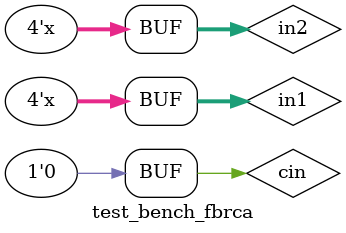
<source format=v>
module test_bench_fbrca;

reg[3:0] in1;
reg[3:0] in2;
wire[4:0] s; 
reg cin;

FBRCA fbrca0(in1, in2, cin, s[3:0], s[4] );

initial begin
    in1 = 4'b0000;
    in2 = 4'b0000;
    cin = 1'b0;
end
always begin
   #10 in1 = in1 + 1'b1;
   #160 in2 = in2 + 1'b1;
end
endmodule

</source>
